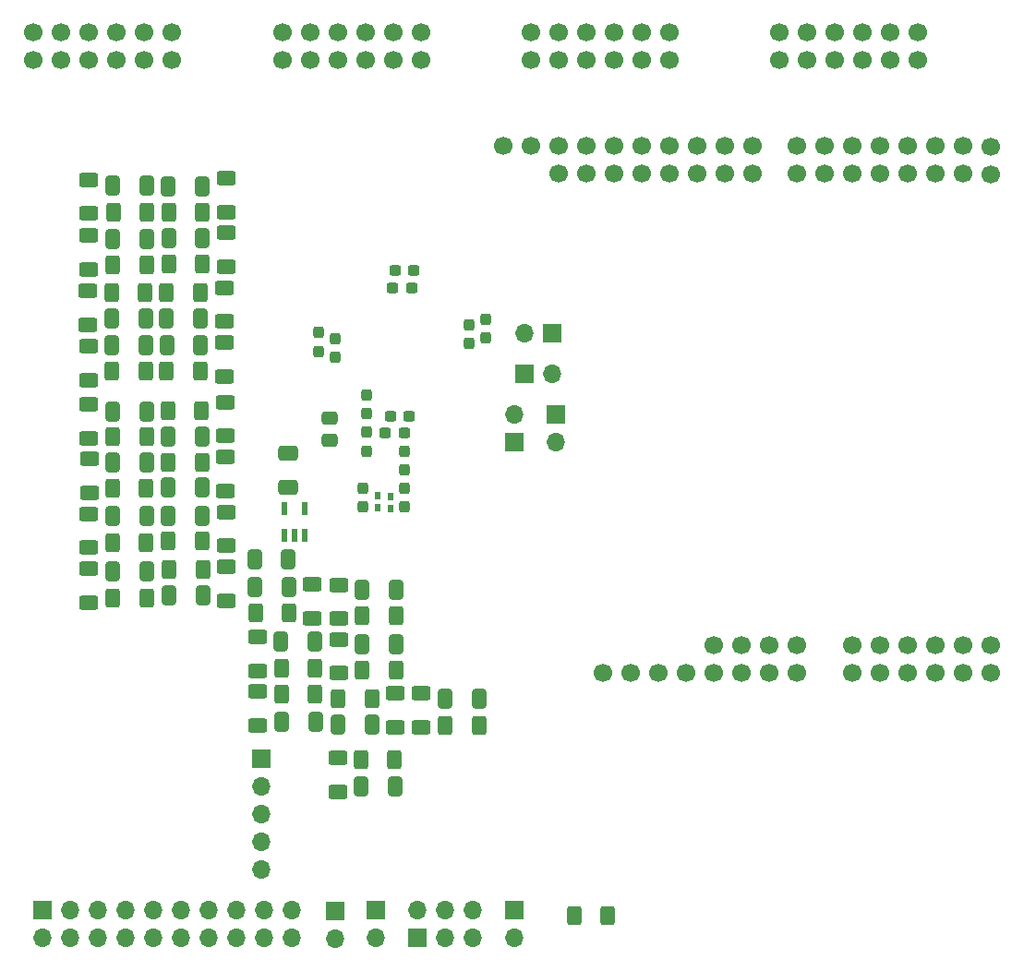
<source format=gbr>
%TF.GenerationSoftware,KiCad,Pcbnew,(6.0.7)*%
%TF.CreationDate,2023-05-12T14:40:03+05:30*%
%TF.ProjectId,DSP_board,4453505f-626f-4617-9264-2e6b69636164,rev?*%
%TF.SameCoordinates,Original*%
%TF.FileFunction,Soldermask,Bot*%
%TF.FilePolarity,Negative*%
%FSLAX46Y46*%
G04 Gerber Fmt 4.6, Leading zero omitted, Abs format (unit mm)*
G04 Created by KiCad (PCBNEW (6.0.7)) date 2023-05-12 14:40:03*
%MOMM*%
%LPD*%
G01*
G04 APERTURE LIST*
G04 Aperture macros list*
%AMRoundRect*
0 Rectangle with rounded corners*
0 $1 Rounding radius*
0 $2 $3 $4 $5 $6 $7 $8 $9 X,Y pos of 4 corners*
0 Add a 4 corners polygon primitive as box body*
4,1,4,$2,$3,$4,$5,$6,$7,$8,$9,$2,$3,0*
0 Add four circle primitives for the rounded corners*
1,1,$1+$1,$2,$3*
1,1,$1+$1,$4,$5*
1,1,$1+$1,$6,$7*
1,1,$1+$1,$8,$9*
0 Add four rect primitives between the rounded corners*
20,1,$1+$1,$2,$3,$4,$5,0*
20,1,$1+$1,$4,$5,$6,$7,0*
20,1,$1+$1,$6,$7,$8,$9,0*
20,1,$1+$1,$8,$9,$2,$3,0*%
G04 Aperture macros list end*
%ADD10R,1.700000X1.700000*%
%ADD11O,1.700000X1.700000*%
%ADD12C,1.700000*%
%ADD13RoundRect,0.250000X0.412500X0.650000X-0.412500X0.650000X-0.412500X-0.650000X0.412500X-0.650000X0*%
%ADD14RoundRect,0.250000X-0.625000X0.400000X-0.625000X-0.400000X0.625000X-0.400000X0.625000X0.400000X0*%
%ADD15RoundRect,0.237500X-0.237500X0.300000X-0.237500X-0.300000X0.237500X-0.300000X0.237500X0.300000X0*%
%ADD16RoundRect,0.250000X0.625000X-0.400000X0.625000X0.400000X-0.625000X0.400000X-0.625000X-0.400000X0*%
%ADD17RoundRect,0.250000X-0.400000X-0.625000X0.400000X-0.625000X0.400000X0.625000X-0.400000X0.625000X0*%
%ADD18RoundRect,0.250000X0.400000X0.625000X-0.400000X0.625000X-0.400000X-0.625000X0.400000X-0.625000X0*%
%ADD19RoundRect,0.250000X-0.412500X-0.650000X0.412500X-0.650000X0.412500X0.650000X-0.412500X0.650000X0*%
%ADD20RoundRect,0.237500X-0.300000X-0.237500X0.300000X-0.237500X0.300000X0.237500X-0.300000X0.237500X0*%
%ADD21R,0.600000X0.750000*%
%ADD22RoundRect,0.237500X0.237500X-0.300000X0.237500X0.300000X-0.237500X0.300000X-0.237500X-0.300000X0*%
%ADD23RoundRect,0.237500X0.300000X0.237500X-0.300000X0.237500X-0.300000X-0.237500X0.300000X-0.237500X0*%
%ADD24RoundRect,0.250000X-0.650000X0.412500X-0.650000X-0.412500X0.650000X-0.412500X0.650000X0.412500X0*%
%ADD25RoundRect,0.250000X-0.475000X0.337500X-0.475000X-0.337500X0.475000X-0.337500X0.475000X0.337500X0*%
%ADD26R,0.600000X1.250000*%
G04 APERTURE END LIST*
D10*
%TO.C,JVSI1*%
X100120000Y-140610000D03*
D11*
X100120000Y-143150000D03*
X102660000Y-140610000D03*
X102660000Y-143150000D03*
X105200000Y-140610000D03*
X105200000Y-143150000D03*
X107740000Y-140610000D03*
X107740000Y-143150000D03*
X110280000Y-140610000D03*
X110280000Y-143150000D03*
X112820000Y-140610000D03*
X112820000Y-143150000D03*
X115360000Y-140610000D03*
X115360000Y-143150000D03*
X117900000Y-140610000D03*
X117900000Y-143150000D03*
X120440000Y-140610000D03*
X120440000Y-143150000D03*
X122980000Y-140610000D03*
X122980000Y-143150000D03*
%TD*%
D10*
%TO.C,J1*%
X147130000Y-95130000D03*
D11*
X147130000Y-97670000D03*
%TD*%
D10*
%TO.C,J3*%
X144305000Y-91440000D03*
D11*
X146845000Y-91440000D03*
%TD*%
D10*
%TO.C,J9*%
X120180000Y-126700000D03*
D11*
X120180000Y-129240000D03*
X120180000Y-131780000D03*
X120180000Y-134320000D03*
X120180000Y-136860000D03*
%TD*%
D10*
%TO.C,J2*%
X143380000Y-97705000D03*
D11*
X143380000Y-95165000D03*
%TD*%
D12*
%TO.C,B1*%
X151465000Y-118800000D03*
X154005000Y-118800000D03*
X156545000Y-118800000D03*
X159085000Y-118800000D03*
X161625000Y-118800000D03*
X164165000Y-118800000D03*
X166705000Y-118800000D03*
X169245000Y-118800000D03*
X161625000Y-116260000D03*
X164165000Y-116260000D03*
X166705000Y-116260000D03*
X169245000Y-116260000D03*
X174325000Y-118800000D03*
X176865000Y-118800000D03*
X179405000Y-118800000D03*
X181945000Y-118800000D03*
X184485000Y-118800000D03*
X187025000Y-118800000D03*
X174325000Y-116260000D03*
X176865000Y-116260000D03*
X179405000Y-116260000D03*
X181945000Y-116260000D03*
X184485000Y-116260000D03*
X187025000Y-116260000D03*
X147435000Y-73060000D03*
X149975000Y-73060000D03*
X152515000Y-73060000D03*
X155055000Y-73060000D03*
X157595000Y-73060000D03*
X160135000Y-73060000D03*
X162675000Y-73060000D03*
X165215000Y-73060000D03*
X169245000Y-73060000D03*
X171785000Y-73060000D03*
X174325000Y-73060000D03*
X176865000Y-73060000D03*
X179405000Y-73060000D03*
X181945000Y-73060000D03*
X184485000Y-73060000D03*
X187025000Y-73080000D03*
X142355000Y-70520000D03*
X144895000Y-70520000D03*
X147435000Y-70520000D03*
X149975000Y-70520000D03*
X152515000Y-70520000D03*
X155055000Y-70520000D03*
X157595000Y-70520000D03*
X160135000Y-70520000D03*
X162675000Y-70520000D03*
X165215000Y-70520000D03*
X169245000Y-70520000D03*
X171785000Y-70520000D03*
X174325000Y-70520000D03*
X176865000Y-70520000D03*
X179405000Y-70520000D03*
X181945000Y-70520000D03*
X184485000Y-70520000D03*
X187025000Y-70540000D03*
X99275000Y-62580000D03*
X101815000Y-62580000D03*
X104355000Y-62580000D03*
X106895000Y-62580000D03*
X109435000Y-62580000D03*
X111975000Y-62580000D03*
X99275000Y-60040000D03*
X101815000Y-60040000D03*
X104355000Y-60040000D03*
X106895000Y-60040000D03*
X109435000Y-60040000D03*
X111975000Y-60040000D03*
X122075000Y-62580000D03*
X124615000Y-62580000D03*
X127155000Y-62580000D03*
X129695000Y-62580000D03*
X132235000Y-62580000D03*
X134775000Y-62580000D03*
X122075000Y-60040000D03*
X124615000Y-60040000D03*
X127155000Y-60040000D03*
X129695000Y-60040000D03*
X132235000Y-60040000D03*
X134775000Y-60040000D03*
X144875000Y-62580000D03*
X147415000Y-62580000D03*
X149955000Y-62580000D03*
X152495000Y-62580000D03*
X155035000Y-62580000D03*
X157575000Y-62580000D03*
X144875000Y-60040000D03*
X147415000Y-60040000D03*
X149955000Y-60040000D03*
X152495000Y-60040000D03*
X155035000Y-60040000D03*
X157575000Y-60040000D03*
X167675000Y-62580000D03*
X170215000Y-62580000D03*
X172755000Y-62580000D03*
X175295000Y-62580000D03*
X177835000Y-62580000D03*
X180375000Y-62580000D03*
X167675000Y-60040000D03*
X170215000Y-60040000D03*
X172755000Y-60040000D03*
X175295000Y-60040000D03*
X177835000Y-60040000D03*
X180375000Y-60040000D03*
%TD*%
D10*
%TO.C,J8*%
X126905000Y-140670000D03*
D11*
X126905000Y-143210000D03*
%TD*%
D10*
%TO.C,J4*%
X146855000Y-87690000D03*
D11*
X144315000Y-87690000D03*
%TD*%
D10*
%TO.C,J6*%
X143350000Y-140600000D03*
D11*
X143350000Y-143140000D03*
%TD*%
D10*
%TO.C,J_power1*%
X134445000Y-143135000D03*
D11*
X134445000Y-140595000D03*
X136985000Y-143135000D03*
X136985000Y-140595000D03*
X139525000Y-143135000D03*
X139525000Y-140595000D03*
%TD*%
D10*
%TO.C,J10*%
X130665000Y-140620000D03*
D11*
X130665000Y-143160000D03*
%TD*%
D13*
%TO.C,C26*%
X122700000Y-110998750D03*
X119575000Y-110998750D03*
%TD*%
D14*
%TO.C,R26*%
X104358000Y-73610000D03*
X104358000Y-76710000D03*
%TD*%
D15*
%TO.C,Cvdda_2*%
X129820000Y-96777000D03*
X129820000Y-98502000D03*
%TD*%
D16*
%TO.C,R78*%
X119810000Y-123630000D03*
X119810000Y-120530000D03*
%TD*%
D17*
%TO.C,R32*%
X127200000Y-121201250D03*
X130300000Y-121201250D03*
%TD*%
D18*
%TO.C,R65*%
X140090000Y-123620000D03*
X136990000Y-123620000D03*
%TD*%
D15*
%TO.C,Cvdd_4*%
X126950000Y-88177000D03*
X126950000Y-89902000D03*
%TD*%
D19*
%TO.C,C15*%
X111475500Y-88780000D03*
X114600500Y-88780000D03*
%TD*%
%TO.C,C2*%
X121957500Y-115960000D03*
X125082500Y-115960000D03*
%TD*%
D14*
%TO.C,R67*%
X116950500Y-73467500D03*
X116950500Y-76567500D03*
%TD*%
D17*
%TO.C,R55*%
X106522500Y-111946250D03*
X109622500Y-111946250D03*
%TD*%
D14*
%TO.C,R77*%
X127250000Y-110760000D03*
X127250000Y-113860000D03*
%TD*%
%TO.C,R75*%
X124817500Y-110701750D03*
X124817500Y-113801750D03*
%TD*%
D13*
%TO.C,C11*%
X109550500Y-88770000D03*
X106425500Y-88770000D03*
%TD*%
D18*
%TO.C,R8*%
X132490000Y-118600000D03*
X129390000Y-118600000D03*
%TD*%
D20*
%TO.C,Cvdd_1*%
X132387500Y-81950000D03*
X134112500Y-81950000D03*
%TD*%
D17*
%TO.C,R72*%
X111615000Y-99488750D03*
X114715000Y-99488750D03*
%TD*%
D18*
%TO.C,R15*%
X109580000Y-101920000D03*
X106480000Y-101920000D03*
%TD*%
D19*
%TO.C,C4*%
X129417500Y-116210000D03*
X132542500Y-116210000D03*
%TD*%
D21*
%TO.C,FB2*%
X130800000Y-102610000D03*
X130800000Y-103710000D03*
%TD*%
D22*
%TO.C,Cvdd_3*%
X140730000Y-88102000D03*
X140730000Y-86377000D03*
%TD*%
D18*
%TO.C,R13*%
X109600000Y-106910000D03*
X106500000Y-106910000D03*
%TD*%
D13*
%TO.C,C8*%
X130312500Y-123571250D03*
X127187500Y-123571250D03*
%TD*%
D16*
%TO.C,R66*%
X116900000Y-107180000D03*
X116900000Y-104080000D03*
%TD*%
D18*
%TO.C,R1*%
X109638000Y-81420000D03*
X106538000Y-81420000D03*
%TD*%
D19*
%TO.C,C6*%
X106497500Y-99570000D03*
X109622500Y-99570000D03*
%TD*%
D23*
%TO.C,Cvdd_2*%
X133252500Y-96829500D03*
X131527500Y-96829500D03*
%TD*%
D13*
%TO.C,C12*%
X109683000Y-74126250D03*
X106558000Y-74126250D03*
%TD*%
D22*
%TO.C,C18*%
X129430000Y-103592500D03*
X129430000Y-101867500D03*
%TD*%
D16*
%TO.C,R21*%
X116948000Y-81553750D03*
X116948000Y-78453750D03*
%TD*%
D19*
%TO.C,C5*%
X106507500Y-104480000D03*
X109632500Y-104480000D03*
%TD*%
D20*
%TO.C,Cvddio_3*%
X132187500Y-83499500D03*
X133912500Y-83499500D03*
%TD*%
D13*
%TO.C,C14*%
X109615000Y-94850000D03*
X106490000Y-94850000D03*
%TD*%
D16*
%TO.C,R3*%
X104348000Y-81830000D03*
X104348000Y-78730000D03*
%TD*%
D17*
%TO.C,R73*%
X119607500Y-113368750D03*
X122707500Y-113368750D03*
%TD*%
D18*
%TO.C,R76*%
X132480000Y-113610000D03*
X129380000Y-113610000D03*
%TD*%
D19*
%TO.C,C22*%
X111615000Y-97150000D03*
X114740000Y-97150000D03*
%TD*%
D13*
%TO.C,C27*%
X122642500Y-108460000D03*
X119517500Y-108460000D03*
%TD*%
D16*
%TO.C,R57*%
X127140000Y-129750000D03*
X127140000Y-126650000D03*
%TD*%
D19*
%TO.C,C23*%
X136977500Y-121210000D03*
X140102500Y-121210000D03*
%TD*%
D16*
%TO.C,R2*%
X119840000Y-118630000D03*
X119840000Y-115530000D03*
%TD*%
%TO.C,R71*%
X116867500Y-102120000D03*
X116867500Y-99020000D03*
%TD*%
D17*
%TO.C,R53*%
X106438000Y-91140000D03*
X109538000Y-91140000D03*
%TD*%
D16*
%TO.C,R59*%
X116748000Y-91630000D03*
X116748000Y-88530000D03*
%TD*%
D17*
%TO.C,R23*%
X111665500Y-81350000D03*
X114765500Y-81350000D03*
%TD*%
D13*
%TO.C,C24*%
X114722500Y-104400000D03*
X111597500Y-104400000D03*
%TD*%
D16*
%TO.C,R16*%
X116728000Y-86590000D03*
X116728000Y-83490000D03*
%TD*%
%TO.C,R5*%
X127270000Y-118860000D03*
X127270000Y-115760000D03*
%TD*%
D17*
%TO.C,R41*%
X148810000Y-141130000D03*
X151910000Y-141130000D03*
%TD*%
D19*
%TO.C,C10*%
X129297500Y-129280000D03*
X132422500Y-129280000D03*
%TD*%
D22*
%TO.C,C16*%
X133310000Y-103592500D03*
X133310000Y-101867500D03*
%TD*%
D16*
%TO.C,R29*%
X104328000Y-92000000D03*
X104328000Y-88900000D03*
%TD*%
D18*
%TO.C,R62*%
X114548000Y-91170000D03*
X111448000Y-91170000D03*
%TD*%
D13*
%TO.C,C9*%
X114768000Y-78980000D03*
X111643000Y-78980000D03*
%TD*%
%TO.C,C13*%
X109635000Y-109506250D03*
X106510000Y-109506250D03*
%TD*%
D22*
%TO.C,Cvdda_1*%
X129820000Y-95052000D03*
X129820000Y-93327000D03*
%TD*%
D21*
%TO.C,FB1*%
X131970000Y-102640000D03*
X131970000Y-103740000D03*
%TD*%
D16*
%TO.C,R25*%
X104330000Y-107350000D03*
X104330000Y-104250000D03*
%TD*%
D17*
%TO.C,R54*%
X106525000Y-97200000D03*
X109625000Y-97200000D03*
%TD*%
D19*
%TO.C,C20*%
X111657500Y-111700000D03*
X114782500Y-111700000D03*
%TD*%
D23*
%TO.C,Cvddio_2*%
X133712500Y-95279500D03*
X131987500Y-95279500D03*
%TD*%
D18*
%TO.C,R63*%
X114687500Y-94770000D03*
X111587500Y-94770000D03*
%TD*%
D17*
%TO.C,R36*%
X106590500Y-76586250D03*
X109690500Y-76586250D03*
%TD*%
D16*
%TO.C,R7*%
X104270500Y-86920000D03*
X104270500Y-83820000D03*
%TD*%
D19*
%TO.C,C30*%
X129357500Y-111250000D03*
X132482500Y-111250000D03*
%TD*%
D18*
%TO.C,R64*%
X114780000Y-109360000D03*
X111680000Y-109360000D03*
%TD*%
D14*
%TO.C,R28*%
X104350000Y-94200000D03*
X104350000Y-97300000D03*
%TD*%
%TO.C,R19*%
X104360000Y-99190000D03*
X104360000Y-102290000D03*
%TD*%
D13*
%TO.C,C7*%
X114570500Y-86340000D03*
X111445500Y-86340000D03*
%TD*%
D18*
%TO.C,R60*%
X114768000Y-76573750D03*
X111668000Y-76573750D03*
%TD*%
D16*
%TO.C,R61*%
X116890000Y-112210000D03*
X116890000Y-109110000D03*
%TD*%
D22*
%TO.C,Cvddio_1*%
X139190000Y-88602000D03*
X139190000Y-86877000D03*
%TD*%
D24*
%TO.C,C29*%
X122590000Y-98697500D03*
X122590000Y-101822500D03*
%TD*%
D25*
%TO.C,C19*%
X126390000Y-95432500D03*
X126390000Y-97507500D03*
%TD*%
D18*
%TO.C,R4*%
X125070000Y-118370000D03*
X121970000Y-118370000D03*
%TD*%
D13*
%TO.C,C28*%
X125162500Y-123340000D03*
X122037500Y-123340000D03*
%TD*%
D26*
%TO.C,LDO1*%
X124170000Y-106250000D03*
X123220000Y-106250000D03*
X122270000Y-106250000D03*
X122270000Y-103750000D03*
X124170000Y-103750000D03*
%TD*%
D17*
%TO.C,R70*%
X111620000Y-106760000D03*
X114720000Y-106760000D03*
%TD*%
D16*
%TO.C,R69*%
X116847500Y-97090000D03*
X116847500Y-93990000D03*
%TD*%
D19*
%TO.C,C3*%
X106438000Y-86360000D03*
X109563000Y-86360000D03*
%TD*%
D14*
%TO.C,R56*%
X132450000Y-120721250D03*
X132450000Y-123821250D03*
%TD*%
D17*
%TO.C,R68*%
X111458000Y-83960000D03*
X114558000Y-83960000D03*
%TD*%
D18*
%TO.C,R33*%
X132370000Y-126830000D03*
X129270000Y-126830000D03*
%TD*%
D15*
%TO.C,C17*%
X133310000Y-98497500D03*
X133310000Y-100222500D03*
%TD*%
%TO.C,Cvddio_4*%
X125360000Y-87617000D03*
X125360000Y-89342000D03*
%TD*%
D19*
%TO.C,C1*%
X106535500Y-79040000D03*
X109660500Y-79040000D03*
%TD*%
D18*
%TO.C,R6*%
X109520500Y-83970000D03*
X106420500Y-83970000D03*
%TD*%
D16*
%TO.C,R35*%
X104332500Y-112366250D03*
X104332500Y-109266250D03*
%TD*%
D19*
%TO.C,C21*%
X111635500Y-74203750D03*
X114760500Y-74203750D03*
%TD*%
D17*
%TO.C,R74*%
X121990000Y-120810000D03*
X125090000Y-120810000D03*
%TD*%
D14*
%TO.C,R58*%
X134820000Y-120740000D03*
X134820000Y-123840000D03*
%TD*%
D13*
%TO.C,C25*%
X114727500Y-101858750D03*
X111602500Y-101858750D03*
%TD*%
M02*

</source>
